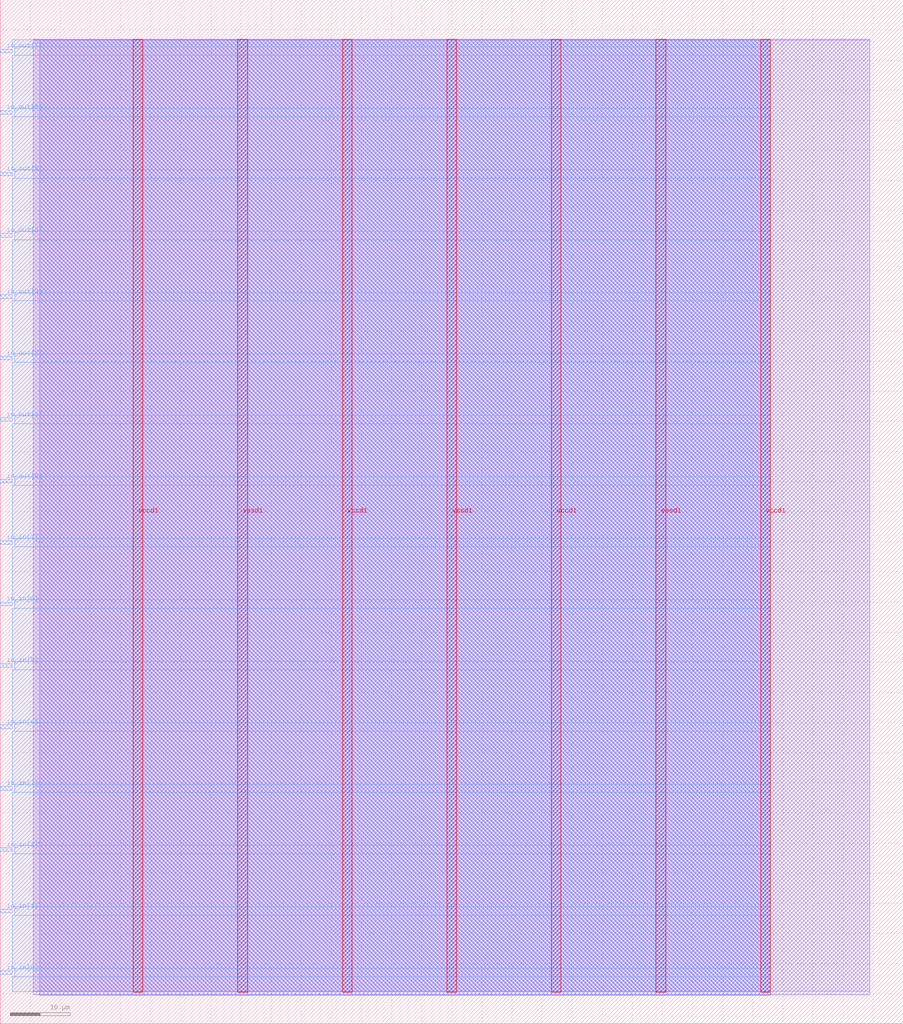
<source format=lef>
VERSION 5.7 ;
  NOWIREEXTENSIONATPIN ON ;
  DIVIDERCHAR "/" ;
  BUSBITCHARS "[]" ;
MACRO user_module_347619669052490324
  CLASS BLOCK ;
  FOREIGN user_module_347619669052490324 ;
  ORIGIN 0.000 0.000 ;
  SIZE 150.000 BY 170.000 ;
  PIN io_in[0]
    DIRECTION INPUT ;
    USE SIGNAL ;
    PORT
      LAYER met3 ;
        RECT 0.000 8.200 2.000 8.800 ;
    END
  END io_in[0]
  PIN io_in[1]
    DIRECTION INPUT ;
    USE SIGNAL ;
    PORT
      LAYER met3 ;
        RECT 0.000 18.400 2.000 19.000 ;
    END
  END io_in[1]
  PIN io_in[2]
    DIRECTION INPUT ;
    USE SIGNAL ;
    PORT
      LAYER met3 ;
        RECT 0.000 28.600 2.000 29.200 ;
    END
  END io_in[2]
  PIN io_in[3]
    DIRECTION INPUT ;
    USE SIGNAL ;
    PORT
      LAYER met3 ;
        RECT 0.000 38.800 2.000 39.400 ;
    END
  END io_in[3]
  PIN io_in[4]
    DIRECTION INPUT ;
    USE SIGNAL ;
    PORT
      LAYER met3 ;
        RECT 0.000 49.000 2.000 49.600 ;
    END
  END io_in[4]
  PIN io_in[5]
    DIRECTION INPUT ;
    USE SIGNAL ;
    PORT
      LAYER met3 ;
        RECT 0.000 59.200 2.000 59.800 ;
    END
  END io_in[5]
  PIN io_in[6]
    DIRECTION INPUT ;
    USE SIGNAL ;
    PORT
      LAYER met3 ;
        RECT 0.000 69.400 2.000 70.000 ;
    END
  END io_in[6]
  PIN io_in[7]
    DIRECTION INPUT ;
    USE SIGNAL ;
    PORT
      LAYER met3 ;
        RECT 0.000 79.600 2.000 80.200 ;
    END
  END io_in[7]
  PIN io_out[0]
    DIRECTION OUTPUT TRISTATE ;
    USE SIGNAL ;
    PORT
      LAYER met3 ;
        RECT 0.000 89.800 2.000 90.400 ;
    END
  END io_out[0]
  PIN io_out[1]
    DIRECTION OUTPUT TRISTATE ;
    USE SIGNAL ;
    PORT
      LAYER met3 ;
        RECT 0.000 100.000 2.000 100.600 ;
    END
  END io_out[1]
  PIN io_out[2]
    DIRECTION OUTPUT TRISTATE ;
    USE SIGNAL ;
    PORT
      LAYER met3 ;
        RECT 0.000 110.200 2.000 110.800 ;
    END
  END io_out[2]
  PIN io_out[3]
    DIRECTION OUTPUT TRISTATE ;
    USE SIGNAL ;
    PORT
      LAYER met3 ;
        RECT 0.000 120.400 2.000 121.000 ;
    END
  END io_out[3]
  PIN io_out[4]
    DIRECTION OUTPUT TRISTATE ;
    USE SIGNAL ;
    PORT
      LAYER met3 ;
        RECT 0.000 130.600 2.000 131.200 ;
    END
  END io_out[4]
  PIN io_out[5]
    DIRECTION OUTPUT TRISTATE ;
    USE SIGNAL ;
    PORT
      LAYER met3 ;
        RECT 0.000 140.800 2.000 141.400 ;
    END
  END io_out[5]
  PIN io_out[6]
    DIRECTION OUTPUT TRISTATE ;
    USE SIGNAL ;
    PORT
      LAYER met3 ;
        RECT 0.000 151.000 2.000 151.600 ;
    END
  END io_out[6]
  PIN io_out[7]
    DIRECTION OUTPUT TRISTATE ;
    USE SIGNAL ;
    PORT
      LAYER met3 ;
        RECT 0.000 161.200 2.000 161.800 ;
    END
  END io_out[7]
  PIN vccd1
    DIRECTION INOUT ;
    USE POWER ;
    PORT
      LAYER met4 ;
        RECT 22.090 5.200 23.690 163.440 ;
    END
    PORT
      LAYER met4 ;
        RECT 56.830 5.200 58.430 163.440 ;
    END
    PORT
      LAYER met4 ;
        RECT 91.570 5.200 93.170 163.440 ;
    END
    PORT
      LAYER met4 ;
        RECT 126.310 5.200 127.910 163.440 ;
    END
  END vccd1
  PIN vssd1
    DIRECTION INOUT ;
    USE GROUND ;
    PORT
      LAYER met4 ;
        RECT 39.460 5.200 41.060 163.440 ;
    END
    PORT
      LAYER met4 ;
        RECT 74.200 5.200 75.800 163.440 ;
    END
    PORT
      LAYER met4 ;
        RECT 108.940 5.200 110.540 163.440 ;
    END
  END vssd1
  OBS
      LAYER li1 ;
        RECT 5.520 5.355 144.440 163.285 ;
      LAYER met1 ;
        RECT 5.520 4.800 144.440 163.440 ;
      LAYER met2 ;
        RECT 6.530 4.770 127.880 163.385 ;
      LAYER met3 ;
        RECT 2.000 162.200 127.900 163.365 ;
        RECT 2.400 160.800 127.900 162.200 ;
        RECT 2.000 152.000 127.900 160.800 ;
        RECT 2.400 150.600 127.900 152.000 ;
        RECT 2.000 141.800 127.900 150.600 ;
        RECT 2.400 140.400 127.900 141.800 ;
        RECT 2.000 131.600 127.900 140.400 ;
        RECT 2.400 130.200 127.900 131.600 ;
        RECT 2.000 121.400 127.900 130.200 ;
        RECT 2.400 120.000 127.900 121.400 ;
        RECT 2.000 111.200 127.900 120.000 ;
        RECT 2.400 109.800 127.900 111.200 ;
        RECT 2.000 101.000 127.900 109.800 ;
        RECT 2.400 99.600 127.900 101.000 ;
        RECT 2.000 90.800 127.900 99.600 ;
        RECT 2.400 89.400 127.900 90.800 ;
        RECT 2.000 80.600 127.900 89.400 ;
        RECT 2.400 79.200 127.900 80.600 ;
        RECT 2.000 70.400 127.900 79.200 ;
        RECT 2.400 69.000 127.900 70.400 ;
        RECT 2.000 60.200 127.900 69.000 ;
        RECT 2.400 58.800 127.900 60.200 ;
        RECT 2.000 50.000 127.900 58.800 ;
        RECT 2.400 48.600 127.900 50.000 ;
        RECT 2.000 39.800 127.900 48.600 ;
        RECT 2.400 38.400 127.900 39.800 ;
        RECT 2.000 29.600 127.900 38.400 ;
        RECT 2.400 28.200 127.900 29.600 ;
        RECT 2.000 19.400 127.900 28.200 ;
        RECT 2.400 18.000 127.900 19.400 ;
        RECT 2.000 9.200 127.900 18.000 ;
        RECT 2.400 7.800 127.900 9.200 ;
        RECT 2.000 5.275 127.900 7.800 ;
  END
END user_module_347619669052490324
END LIBRARY


</source>
